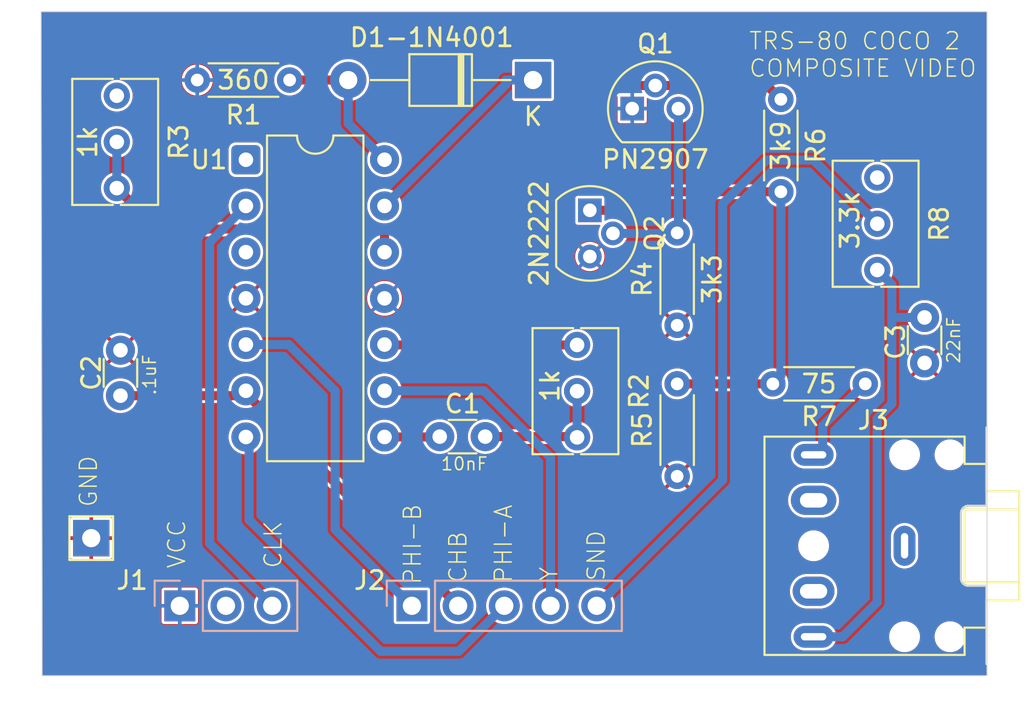
<source format=kicad_pcb>
(kicad_pcb (version 20241229) (generator "pcbnew") (generator_version "9.0")
  (layers (0 "F.Cu" signal) (2 "B.Cu" signal) (13 "F.Paste" user) (15 "B.Paste" user) (5 "F.SilkS" user "F.Silkscreen") (7 "B.SilkS" user "B.Silkscreen") (1 "F.Mask" user) (3 "B.Mask" user) (25 "Edge.Cuts" user))
  (net 0 "")
  (net 1 "VCC")
  (net 2 "GND")
  (net 3 "Net-(Q2-B)")
  (net 4 "Net-(Q2-E)")
  (net 5 "Net-(U1-CHROM_IN)")
  (net 6 "Net-(U1-RF_TANK_2)")
  (net 7 "Net-(U1-RF_TANK_1)")
  (net 9 "Net-(U1-CHROM_MOD_OUT)")
  (net 11 "Net-(C1-Pad2)")
  (net 12 "Net-(U1-COL_REF_IN)")
  (net 14 "Net-(U1-OSC_IN)")
  (net 15 "Net-(U1-LUM_IN)")
  (net 16 "Net-(U1-COL_B_IN)")
  (net 17 "Net-(U1-COL_A_IN)")
  (net 18 "Net-(U1-RF_OUT)")
  (net 19 "SND_OUT")
  (net 20 "COMP_OUT")
  (net 21 "SND")
  (footprint "Capacitor_THT:C_Disc_D3.0mm_W1.6mm_P2.50mm" (layer "F.Cu") (at 164.6 105.15 -90)
    (property "Reference" "C3" (at 1.35 1.6 90) (layer "F.SilkS"))
    (property "Value" "22nF" (at 1.25 -1.6 90) (layer "F.SilkS") (effects (font (size 0.7 0.7) (thickness 0.0875))))
    (fp_line (start 0.485 0.92) (end 2.015 0.92) (stroke (width 0.12)) (layer "F.SilkS"))
    (fp_line (start 0.485 -0.92) (end 2.015 -0.92) (stroke (width 0.12)) (layer "F.SilkS"))
    (pad "1" thru_hole circle (at 0 0 270) (size 1.6 1.6) (drill 0.8) (layers "*.Cu" "*.Mask") (net 19 "SND_OUT"))
    (pad "2" thru_hole circle (at 2.5 0 270) (size 1.6 1.6) (drill 0.8) (layers "*.Cu" "*.Mask") (net 2 "GND"))
  )
  (footprint "Connector_Audio:Jack_3.5mm_CUI_SJ1-3525N_Horizontal" (layer "F.Cu") (at 163.5 117.7 90)
    (property "Reference" "J3" (at 6.89882 -1.716919 0) (layer "F.SilkS"))
    (property "Value" "AUDIO_JACK_3.5MM_PTH")
    (fp_line (start 6 -7.7) (end 6 3.3) (stroke (width 0.12)) (layer "F.SilkS"))
    (fp_line (start -6 -7.7) (end 6 -7.7) (stroke (width 0.12)) (layer "F.SilkS"))
    (fp_line (start 6 3.3) (end 4.5 3.3) (stroke (width 0.12)) (layer "F.SilkS"))
    (fp_line (start 4.5 3.3) (end 4.5 4.5) (stroke (width 0.12)) (layer "F.SilkS"))
    (fp_line (start 2 3.3) (end -2 3.3) (stroke (width 0.12)) (layer "F.SilkS"))
    (fp_line (start -2 3.3) (end -2 6.3) (stroke (width 0.12)) (layer "F.SilkS"))
    (fp_line (start -4.5 3.3) (end -6 3.3) (stroke (width 0.12)) (layer "F.SilkS"))
    (fp_line (start -6 3.3) (end -6 -7.7) (stroke (width 0.12)) (layer "F.SilkS"))
    (fp_line (start 4.5 4.5) (end 3 4.5) (stroke (width 0.12)) (layer "F.SilkS"))
    (fp_line (start 3 4.5) (end 3 6.3) (stroke (width 0.12)) (layer "F.SilkS"))
    (fp_line (start -3 4.5) (end -4.5 4.5) (stroke (width 0.12)) (layer "F.SilkS"))
    (fp_line (start -4.5 4.5) (end -4.5 3.3) (stroke (width 0.12)) (layer "F.SilkS"))
    (fp_line (start 3 6.3) (end -3 6.3) (stroke (width 0.12)) (layer "F.SilkS"))
    (fp_line (start 2 6.3) (end 2 3.3) (stroke (width 0.12)) (layer "F.SilkS"))
    (fp_line (start -3 6.3) (end -3 4.5) (stroke (width 0.12)) (layer "F.SilkS"))
    (fp_line (start 1.8 3.1) (end -1.8 3.1) (stroke (width 0.12)) (layer "Edge.Cuts"))
    (fp_line (start 2.2 3.5) (end 2.2 4.5) (stroke (width 0.12)) (layer "Edge.Cuts"))
    (fp_line (start -2.2 3.5) (end -2.2 4.5) (stroke (width 0.12)) (layer "Edge.Cuts"))
    (fp_line (start 2.2 4.5) (end 6.5 4.5) (stroke (width 0.12)) (layer "Edge.Cuts"))
    (fp_line (start -2.2 4.5) (end -6.5 4.5) (stroke (width 0.12)) (layer "Edge.Cuts"))
    (fp_arc (start 1.8 3.1) (mid 2.082843 3.217157) (end 2.2 3.5) (stroke (width 0.12)) (layer "Edge.Cuts"))
    (fp_arc (start -2.2 3.5) (mid -2.082842 3.217158) (end -1.8 3.1) (stroke (width 0.12)) (layer "Edge.Cuts"))
    (pad "" np_thru_hole circle (at -5 0 90) (size 1.2 1.2) (drill 1.2) (layers "*.Cu" "*.Mask"))
    (pad "" np_thru_hole circle (at -5 2.5 90) (size 1.2 1.2) (drill 1.2) (layers "*.Cu" "*.Mask"))
    (pad "" np_thru_hole circle (at 0 -5 90) (size 1.2 1.2) (drill 1.2) (layers "*.Cu" "*.Mask"))
    (pad "" np_thru_hole circle (at 5 0 90) (size 1.2 1.2) (drill 1.2) (layers "*.Cu" "*.Mask"))
    (pad "" np_thru_hole circle (at 5 2.5 90) (size 1.2 1.2) (drill 1.2) (layers "*.Cu" "*.Mask"))
    (pad "R" thru_hole oval (at -5 -5 90) (size 1.2 2.2) (drill oval 0.4 1.4) (layers "*.Cu" "*.Mask") (net 19 "SND_OUT"))
    (pad "RN" thru_hole oval (at -2.5 -5 90) (size 1.6 2.3) (drill oval 0.8 1.5) (layers "*.Cu" "*.Mask"))
    (pad "S" thru_hole oval (at 0 0 90) (size 2.2 1.2) (drill oval 1.4 0.4) (layers "*.Cu" "*.Mask"))
    (pad "T" thru_hole oval (at 5 -5 270) (size 1.2 2.2) (drill oval 0.4 1.4) (layers "*.Cu" "*.Mask") (net 20 "COMP_OUT"))
    (pad "TN" thru_hole oval (at 2.5 -5 270) (size 1.6 2.5) (drill oval 0.8 1.5) (layers "*.Cu" "*.Mask"))
  )
  (footprint "Resistor_THT:R_Axial_DIN0204_L3.6mm_D1.6mm_P5.08mm_Horizontal" (layer "F.Cu") (at 156.7 93.16 -90)
    (property "Reference" "R6" (at 2.54 -1.92 90) (layer "F.SilkS"))
    (property "Value" "3k9" (at 2.54 0 90) (layer "F.SilkS"))
    (fp_line (start 0.62 0.92) (end 4.46 0.92) (stroke (width 0.12)) (layer "F.SilkS"))
    (fp_line (start 0.62 -0.92) (end 4.46 -0.92) (stroke (width 0.12)) (layer "F.SilkS"))
    (pad "1" thru_hole circle (at 0 0 270) (size 1.4 1.4) (drill 0.7) (layers "*.Cu" "*.Mask") (net 18 "Net-(U1-RF_OUT)"))
    (pad "2" thru_hole oval (at 5.08 0 270) (size 1.4 1.4) (drill 0.7) (layers "*.Cu" "*.Mask") (net 4 "Net-(Q2-E)"))
  )
  (footprint "Capacitor_THT:C_Disc_D3.0mm_W1.6mm_P2.50mm" (layer "F.Cu") (at 120.4 109.45 90)
    (property "Reference" "C2" (at 1.25 -1.6 90) (layer "F.SilkS"))
    (property "Value" ".1uF" (at 1.15 1.6 90) (layer "F.SilkS") (effects (font (size 0.7 0.7) (thickness 0.0875))))
    (fp_line (start 0.485 -0.92) (end 2.015 -0.92) (stroke (width 0.12)) (layer "F.SilkS"))
    (fp_line (start 0.485 0.92) (end 2.015 0.92) (stroke (width 0.12)) (layer "F.SilkS"))
    (pad "1" thru_hole circle (at 0 0 90) (size 1.6 1.6) (drill 0.8) (layers "*.Cu" "*.Mask") (net 12 "Net-(U1-COL_REF_IN)"))
    (pad "2" thru_hole circle (at 2.5 0 90) (size 1.6 1.6) (drill 0.8) (layers "*.Cu" "*.Mask") (net 2 "GND"))
  )
  (footprint "Potentiometer_THT:Potentiometer_Bourns_3266Y_Vertical" (layer "F.Cu") (at 162 102.54 -90)
    (property "Reference" "R8" (at -2.54 -3.41 90) (layer "F.SilkS"))
    (property "Value" "3.3k" (at -2.74 1.5 90) (layer "F.SilkS"))
    (fp_line (start -6.005 2.45) (end 0.925 2.45) (stroke (width 0.12)) (layer "F.SilkS"))
    (fp_line (start -6.005 0.217) (end -6.005 2.45) (stroke (width 0.12)) (layer "F.SilkS"))
    (fp_line (start 0.925 0.217) (end 0.925 2.45) (stroke (width 0.12)) (layer "F.SilkS"))
    (fp_line (start -6.005 -2.27) (end -6.005 -0.217) (stroke (width 0.12)) (layer "F.SilkS"))
    (fp_line (start -6.005 -2.27) (end 0.925 -2.27) (stroke (width 0.12)) (layer "F.SilkS"))
    (fp_line (start 0.925 -2.27) (end 0.925 -0.217) (stroke (width 0.12)) (layer "F.SilkS"))
    (pad "1" thru_hole circle (at 0 0 270) (size 1.44 1.44) (drill 0.8) (layers "*.Cu" "*.Mask") (net 19 "SND_OUT"))
    (pad "2" thru_hole circle (at -2.54 0 270) (size 1.44 1.44) (drill 0.8) (layers "*.Cu" "*.Mask") (net 21 "SND"))
    (pad "3" thru_hole circle (at -5.08 0 270) (size 1.44 1.44) (drill 0.8) (layers "*.Cu" "*.Mask"))
  )
  (footprint "Package_TO_SOT_THT:TO-92" (layer "F.Cu") (at 148.53 93.67)
    (property "Reference" "Q1" (at 1.27 -3.56 0) (layer "F.SilkS"))
    (property "Value" "PN2907" (at 1.27 2.79 0) (layer "F.SilkS"))
    (fp_line (start -0.53 1.85) (end 3.07 1.85) (stroke (width 0.12)) (layer "F.SilkS"))
    (fp_arc (start -0.568478 1.838478) (mid -1.132087 -0.994977) (end 1.27 -2.6) (stroke (width 0.12)) (layer "F.SilkS"))
    (fp_arc (start 1.27 -2.6) (mid 3.672087 -0.994977) (end 3.108478 1.838478) (stroke (width 0.12)) (layer "F.SilkS"))
    (pad "1" thru_hole rect (at 0 0) (size 1.3 1.3) (drill 0.75) (layers "*.Cu" "*.Mask") (net 1 "VCC"))
    (pad "2" thru_hole circle (at 1.27 -1.27) (size 1.3 1.3) (drill 0.75) (layers "*.Cu" "*.Mask") (net 18 "Net-(U1-RF_OUT)"))
    (pad "3" thru_hole circle (at 2.54 0) (size 1.3 1.3) (drill 0.75) (layers "*.Cu" "*.Mask") (net 3 "Net-(Q2-B)"))
  )
  (footprint "Diode_THT:D_T-1_P10.16mm_Horizontal" (layer "F.Cu") (at 143.08 92.1 180)
    (property "Reference" "D1-1N4001" (at 5.569177 2.337664 0) (layer "F.SilkS"))
    (property "Value" "1N4004")
    (fp_line (start 8.92 0) (end 6.8 0) (stroke (width 0.12)) (layer "F.SilkS"))
    (fp_line (start 6.8 1.42) (end 6.8 -1.42) (stroke (width 0.12)) (layer "F.SilkS"))
    (fp_line (start 6.8 -1.42) (end 3.36 -1.42) (stroke (width 0.12)) (layer "F.SilkS"))
    (fp_line (start 4.08 -1.42) (end 4.08 1.42) (stroke (width 0.12)) (layer "F.SilkS"))
    (fp_line (start 3.96 -1.42) (end 3.96 1.42) (stroke (width 0.12)) (layer "F.SilkS"))
    (fp_line (start 3.84 -1.42) (end 3.84 1.42) (stroke (width 0.12)) (layer "F.SilkS"))
    (fp_line (start 3.36 1.42) (end 6.8 1.42) (stroke (width 0.12)) (layer "F.SilkS"))
    (fp_line (start 3.36 -1.42) (end 3.36 1.42) (stroke (width 0.12)) (layer "F.SilkS"))
    (fp_line (start 1.24 0) (end 3.36 0) (stroke (width 0.12)) (layer "F.SilkS"))
    (fp_text user "K" (at 0 -2 0) (layer "F.SilkS"))
    (pad "1" thru_hole rect (at 0 0 180) (size 2 2) (drill 1) (layers "*.Cu" "*.Mask") (net 7 "Net-(U1-RF_TANK_1)"))
    (pad "2" thru_hole oval (at 10.16 0 180) (size 2 2) (drill 1) (layers "*.Cu" "*.Mask") (net 6 "Net-(U1-RF_TANK_2)"))
  )
  (footprint "Potentiometer_THT:Potentiometer_Bourns_3266Y_Vertical" (layer "F.Cu") (at 120.2 98.04 -90)
    (property "Reference" "R3" (at -2.54 -3.41 90) (layer "F.SilkS"))
    (property "Value" "1k" (at -2.54 1.6 90) (layer "F.SilkS"))
    (fp_line (start -6.005 2.45) (end 0.925 2.45) (stroke (width 0.12)) (layer "F.SilkS"))
    (fp_line (start -6.005 0.217) (end -6.005 2.45) (stroke (width 0.12)) (layer "F.SilkS"))
    (fp_line (start 0.925 0.217) (end 0.925 2.45) (stroke (width 0.12)) (layer "F.SilkS"))
    (fp_line (start -6.005 -2.27) (end -6.005 -0.217) (stroke (width 0.12)) (layer "F.SilkS"))
    (fp_line (start -6.005 -2.27) (end 0.925 -2.27) (stroke (width 0.12)) (layer "F.SilkS"))
    (fp_line (start 0.925 -2.27) (end 0.925 -0.217) (stroke (width 0.12)) (layer "F.SilkS"))
    (pad "1" thru_hole circle (at 0 0 270) (size 1.44 1.44) (drill 0.8) (layers "*.Cu" "*.Mask") (net 18 "Net-(U1-RF_OUT)"))
    (pad "2" thru_hole circle (at -2.54 0 270) (size 1.44 1.44) (drill 0.8) (layers "*.Cu" "*.Mask") (net 18 "Net-(U1-RF_OUT)"))
    (pad "3" thru_hole circle (at -5.08 0 270) (size 1.44 1.44) (drill 0.8) (layers "*.Cu" "*.Mask"))
  )
  (footprint "TestPoint:TestPoint_THTPad_2.0x2.0mm_Drill1.0mm" (layer "F.Cu") (at 118.794 117.2792)
    (property "Reference" "PAD1" (hide yes))
    (property "Value" "2,54/0,8")
    (fp_line (start -1.2 -1.2) (end 1.2 -1.2) (stroke (width 0.12)) (layer "F.SilkS"))
    (fp_line (start -1.2 1.2) (end -1.2 -1.2) (stroke (width 0.12)) (layer "F.SilkS"))
    (fp_line (start 1.2 -1.2) (end 1.2 1.2) (stroke (width 0.12)) (layer "F.SilkS"))
    (fp_line (start 1.2 1.2) (end -1.2 1.2) (stroke (width 0.12)) (layer "F.SilkS"))
    (pad "1" thru_hole rect (at 0 0) (size 2 2) (drill 1) (layers "*.Cu" "*.Mask") (net 2 "GND"))
  )
  (footprint "Package_DIP:DIP-14_W7.62mm" (layer "F.Cu") (at 127.295 96.48)
    (property "Reference" "U1" (at -2.027743 0 0) (layer "F.SilkS"))
    (property "Value" "MC1372")
    (fp_line (start 1.16 -1.33) (end 1.16 16.57) (stroke (width 0.12)) (layer "F.SilkS"))
    (fp_line (start 1.16 16.57) (end 6.46 16.57) (stroke (width 0.12)) (layer "F.SilkS"))
    (fp_line (start 2.81 -1.33) (end 1.16 -1.33) (stroke (width 0.12)) (layer "F.SilkS"))
    (fp_line (start 6.46 -1.33) (end 4.81 -1.33) (stroke (width 0.12)) (layer "F.SilkS"))
    (fp_line (start 6.46 16.57) (end 6.46 -1.33) (stroke (width 0.12)) (layer "F.SilkS"))
    (fp_arc (start 4.81 -1.33) (mid 3.81 -0.33) (end 2.81 -1.33) (stroke (width 0.12)) (layer "F.SilkS"))
    (pad "1" thru_hole roundrect (at 0 0) (size 1.6 1.6) (drill 0.8) (layers "*.Cu" "*.Mask") (roundrect_rratio 0.15625))
    (pad "2" thru_hole circle (at 0 2.54) (size 1.6 1.6) (drill 0.8) (layers "*.Cu" "*.Mask") (net 14 "Net-(U1-OSC_IN)"))
    (pad "3" thru_hole circle (at 0 5.08) (size 1.6 1.6) (drill 0.8) (layers "*.Cu" "*.Mask"))
    (pad "4" thru_hole circle (at 0 7.62) (size 1.6 1.6) (drill 0.8) (layers "*.Cu" "*.Mask") (net 2 "GND"))
    (pad "5" thru_hole circle (at 0 10.16) (size 1.6 1.6) (drill 0.8) (layers "*.Cu" "*.Mask") (net 16 "Net-(U1-COL_B_IN)"))
    (pad "6" thru_hole circle (at 0 12.7) (size 1.6 1.6) (drill 0.8) (layers "*.Cu" "*.Mask") (net 12 "Net-(U1-COL_REF_IN)"))
    (pad "7" thru_hole circle (at 0 15.24) (size 1.6 1.6) (drill 0.8) (layers "*.Cu" "*.Mask") (net 17 "Net-(U1-COL_A_IN)"))
    (pad "8" thru_hole circle (at 7.62 15.24) (size 1.6 1.6) (drill 0.8) (layers "*.Cu" "*.Mask") (net 9 "Net-(U1-CHROM_MOD_OUT)"))
    (pad "9" thru_hole circle (at 7.62 12.7) (size 1.6 1.6) (drill 0.8) (layers "*.Cu" "*.Mask") (net 15 "Net-(U1-LUM_IN)"))
    (pad "10" thru_hole circle (at 7.62 10.16) (size 1.6 1.6) (drill 0.8) (layers "*.Cu" "*.Mask") (net 5 "Net-(U1-CHROM_IN)"))
    (pad "11" thru_hole circle (at 7.62 7.62) (size 1.6 1.6) (drill 0.8) (layers "*.Cu" "*.Mask") (net 1 "VCC"))
    (pad "12" thru_hole circle (at 7.62 5.08) (size 1.6 1.6) (drill 0.8) (layers "*.Cu" "*.Mask") (net 18 "Net-(U1-RF_OUT)"))
    (pad "13" thru_hole circle (at 7.62 2.54) (size 1.6 1.6) (drill 0.8) (layers "*.Cu" "*.Mask") (net 7 "Net-(U1-RF_TANK_1)"))
    (pad "14" thru_hole circle (at 7.62 0) (size 1.6 1.6) (drill 0.8) (layers "*.Cu" "*.Mask") (net 6 "Net-(U1-RF_TANK_2)"))
  )
  (footprint "Capacitor_THT:C_Disc_D3.0mm_W1.6mm_P2.50mm" (layer "F.Cu") (at 137.95 111.7)
    (property "Reference" "C1" (at 1.25 -1.8 0) (layer "F.SilkS"))
    (property "Value" "10nF" (at 1.35 1.5 0) (layer "F.SilkS") (effects (font (size 0.7 0.7) (thickness 0.0875))))
    (fp_line (start 0.485 -0.92) (end 2.015 -0.92) (stroke (width 0.12)) (layer "F.SilkS"))
    (fp_line (start 0.485 0.92) (end 2.015 0.92) (stroke (width 0.12)) (layer "F.SilkS"))
    (pad "1" thru_hole circle (at 0 0) (size 1.6 1.6) (drill 0.8) (layers "*.Cu" "*.Mask") (net 9 "Net-(U1-CHROM_MOD_OUT)"))
    (pad "2" thru_hole circle (at 2.5 0) (size 1.6 1.6) (drill 0.8) (layers "*.Cu" "*.Mask") (net 11 "Net-(C1-Pad2)"))
  )
  (footprint "Resistor_THT:R_Axial_DIN0204_L3.6mm_D1.6mm_P5.08mm_Horizontal" (layer "F.Cu") (at 151 105.58 90)
    (property "Reference" "R4" (at 2.54 -1.92 90) (layer "F.SilkS"))
    (property "Value" "3k3" (at 2.54 1.92 90) (layer "F.SilkS"))
    (fp_line (start 0.62 -0.92) (end 4.46 -0.92) (stroke (width 0.12)) (layer "F.SilkS"))
    (fp_line (start 0.62 0.92) (end 4.46 0.92) (stroke (width 0.12)) (layer "F.SilkS"))
    (pad "1" thru_hole circle (at 0 0 90) (size 1.4 1.4) (drill 0.7) (layers "*.Cu" "*.Mask") (net 2 "GND"))
    (pad "2" thru_hole oval (at 5.08 0 90) (size 1.4 1.4) (drill 0.7) (layers "*.Cu" "*.Mask") (net 3 "Net-(Q2-B)"))
  )
  (footprint "Resistor_THT:R_Axial_DIN0204_L3.6mm_D1.6mm_P5.08mm_Horizontal" (layer "F.Cu") (at 151 113.88 90)
    (property "Reference" "R5" (at 2.54 -1.92 90) (layer "F.SilkS"))
    (property "Value" "470")
    (fp_line (start 0.62 -0.92) (end 4.46 -0.92) (stroke (width 0.12)) (layer "F.SilkS"))
    (fp_line (start 0.62 0.92) (end 4.46 0.92) (stroke (width 0.12)) (layer "F.SilkS"))
    (pad "1" thru_hole circle (at 0 0 90) (size 1.4 1.4) (drill 0.7) (layers "*.Cu" "*.Mask") (net 2 "GND"))
    (pad "2" thru_hole oval (at 5.08 0 90) (size 1.4 1.4) (drill 0.7) (layers "*.Cu" "*.Mask") (net 4 "Net-(Q2-E)"))
  )
  (footprint "Package_TO_SOT_THT:TO-92" (layer "F.Cu") (at 146.2 99.26 -90)
    (property "Reference" "Q2" (at 1.27 -3.56 90) (layer "F.SilkS"))
    (property "Value" "2N2222" (at 1.27 2.79 90) (layer "F.SilkS"))
    (fp_line (start -0.53 1.85) (end 3.07 1.85) (stroke (width 0.12)) (layer "F.SilkS"))
    (fp_arc (start -0.568478 1.838478) (mid -1.132087 -0.994977) (end 1.27 -2.6) (stroke (width 0.12)) (layer "F.SilkS"))
    (fp_arc (start 1.27 -2.6) (mid 3.672087 -0.994977) (end 3.108478 1.838478) (stroke (width 0.12)) (layer "F.SilkS"))
    (pad "1" thru_hole rect (at 0 0 270) (size 1.3 1.3) (drill 0.75) (layers "*.Cu" "*.Mask") (net 4 "Net-(Q2-E)"))
    (pad "2" thru_hole circle (at 1.27 -1.27 270) (size 1.3 1.3) (drill 0.75) (layers "*.Cu" "*.Mask") (net 3 "Net-(Q2-B)"))
    (pad "3" thru_hole circle (at 2.54 0 270) (size 1.3 1.3) (drill 0.75) (layers "*.Cu" "*.Mask") (net 1 "VCC"))
  )
  (footprint "Potentiometer_THT:Potentiometer_Bourns_3266Y_Vertical" (layer "F.Cu") (at 145.5 111.74 -90)
    (property "Reference" "R2" (at -2.54 -3.41 90) (layer "F.SilkS"))
    (property "Value" "1k" (at -2.84 1.49 90) (layer "F.SilkS"))
    (fp_line (start -6.005 2.45) (end 0.925 2.45) (stroke (width 0.12)) (layer "F.SilkS"))
    (fp_line (start -6.005 0.217) (end -6.005 2.45) (stroke (width 0.12)) (layer "F.SilkS"))
    (fp_line (start 0.925 0.217) (end 0.925 2.45) (stroke (width 0.12)) (layer "F.SilkS"))
    (fp_line (start -6.005 -2.27) (end -6.005 -0.217) (stroke (width 0.12)) (layer "F.SilkS"))
    (fp_line (start -6.005 -2.27) (end 0.925 -2.27) (stroke (width 0.12)) (layer "F.SilkS"))
    (fp_line (start 0.925 -2.27) (end 0.925 -0.217) (stroke (width 0.12)) (layer "F.SilkS"))
    (pad "1" thru_hole circle (at 0 0 270) (size 1.44 1.44) (drill 0.8) (layers "*.Cu" "*.Mask") (net 11 "Net-(C1-Pad2)"))
    (pad "2" thru_hole circle (at -2.54 0 270) (size 1.44 1.44) (drill 0.8) (layers "*.Cu" "*.Mask") (net 11 "Net-(C1-Pad2)"))
    (pad "3" thru_hole circle (at -5.08 0 270) (size 1.44 1.44) (drill 0.8) (layers "*.Cu" "*.Mask") (net 5 "Net-(U1-CHROM_IN)"))
  )
  (footprint "Resistor_THT:R_Axial_DIN0204_L3.6mm_D1.6mm_P5.08mm_Horizontal" (layer "F.Cu") (at 156.26 108.8)
    (property "Reference" "R7" (at 2.54 1.8 0) (layer "F.SilkS"))
    (property "Value" "75" (at 2.54 0 0) (layer "F.SilkS"))
    (fp_line (start 0.62 -0.92) (end 4.46 -0.92) (stroke (width 0.12)) (layer "F.SilkS"))
    (fp_line (start 0.62 0.92) (end 4.46 0.92) (stroke (width 0.12)) (layer "F.SilkS"))
    (pad "1" thru_hole circle (at 0 0) (size 1.4 1.4) (drill 0.7) (layers "*.Cu" "*.Mask") (net 4 "Net-(Q2-E)"))
    (pad "2" thru_hole oval (at 5.08 0) (size 1.4 1.4) (drill 0.7) (layers "*.Cu" "*.Mask") (net 20 "COMP_OUT"))
  )
  (footprint "Resistor_THT:R_Axial_DIN0204_L3.6mm_D1.6mm_P5.08mm_Horizontal" (layer "F.Cu") (at 129.7 92.1 180)
    (property "Reference" "R1" (at 2.54 -1.92 0) (layer "F.SilkS"))
    (property "Value" "360" (at 2.54 0 0) (layer "F.SilkS"))
    (fp_line (start 0.62 0.92) (end 4.46 0.92) (stroke (width 0.12)) (layer "F.SilkS"))
    (fp_line (start 0.62 -0.92) (end 4.46 -0.92) (stroke (width 0.12)) (layer "F.SilkS"))
    (pad "1" thru_hole circle (at 0 0 180) (size 1.4 1.4) (drill 0.7) (layers "*.Cu" "*.Mask") (net 6 "Net-(U1-RF_TANK_2)"))
    (pad "2" thru_hole oval (at 5.08 0 180) (size 1.4 1.4) (drill 0.7) (layers "*.Cu" "*.Mask") (net 1 "VCC"))
  )
  (footprint "Connector_PinHeader_2.54mm:PinHeader_1x03_P2.54mm_Vertical" (layer "B.Cu") (at 123.66 121 -90)
    (property "Reference" "J1" (at -1.4 2.62 0) (layer "F.SilkS"))
    (property "Value" "MA03-1")
    (fp_line (start -1.38 1.38) (end 0 1.38) (stroke (width 0.12)) (layer "B.SilkS"))
    (fp_line (start -1.38 0) (end -1.38 1.38) (stroke (width 0.12)) (layer "B.SilkS"))
    (fp_line (start -1.38 -1.27) (end 1.38 -1.27) (stroke (width 0.12)) (layer "B.SilkS"))
    (fp_line (start -1.38 -1.27) (end -1.38 -6.46) (stroke (width 0.12)) (layer "B.SilkS"))
    (fp_line (start 1.38 -1.27) (end 1.38 -6.46) (stroke (width 0.12)) (layer "B.SilkS"))
    (fp_line (start -1.38 -6.46) (end 1.38 -6.46) (stroke (width 0.12)) (layer "B.SilkS"))
    (pad "1" thru_hole rect (at 0 0 270) (size 1.7 1.7) (drill 1) (layers "*.Cu" "*.Mask") (net 1 "VCC"))
    (pad "2" thru_hole circle (at 0 -2.54 270) (size 1.7 1.7) (drill 1) (layers "*.Cu" "*.Mask"))
    (pad "3" thru_hole circle (at 0 -5.08 270) (size 1.7 1.7) (drill 1) (layers "*.Cu" "*.Mask") (net 14 "Net-(U1-OSC_IN)"))
  )
  (footprint "Connector_PinHeader_2.54mm:PinHeader_1x05_P2.54mm_Vertical" (layer "B.Cu") (at 136.42 121 -90)
    (property "Reference" "J2" (at -1.4 2.32 0) (layer "F.SilkS"))
    (property "Value" "MA05-1")
    (fp_line (start -1.38 1.38) (end 0 1.38) (stroke (width 0.12)) (layer "B.SilkS"))
    (fp_line (start -1.38 0) (end -1.38 1.38) (stroke (width 0.12)) (layer "B.SilkS"))
    (fp_line (start -1.38 -1.27) (end 1.38 -1.27) (stroke (width 0.12)) (layer "B.SilkS"))
    (fp_line (start -1.38 -1.27) (end -1.38 -11.54) (stroke (width 0.12)) (layer "B.SilkS"))
    (fp_line (start 1.38 -1.27) (end 1.38 -11.54) (stroke (width 0.12)) (layer "B.SilkS"))
    (fp_line (start -1.38 -11.54) (end 1.38 -11.54) (stroke (width 0.12)) (layer "B.SilkS"))
    (pad "1" thru_hole rect (at 0 0 270) (size 1.7 1.7) (drill 1) (layers "*.Cu" "*.Mask") (net 16 "Net-(U1-COL_B_IN)"))
    (pad "2" thru_hole circle (at 0 -2.54 270) (size 1.7 1.7) (drill 1) (layers "*.Cu" "*.Mask") (net 12 "Net-(U1-COL_REF_IN)"))
    (pad "3" thru_hole circle (at 0 -5.08 270) (size 1.7 1.7) (drill 1) (layers "*.Cu" "*.Mask") (net 17 "Net-(U1-COL_A_IN)"))
    (pad "4" thru_hole circle (at 0 -7.62 270) (size 1.7 1.7) (drill 1) (layers "*.Cu" "*.Mask") (net 15 "Net-(U1-LUM_IN)"))
    (pad "5" thru_hole circle (at 0 -10.16 270) (size 1.7 1.7) (drill 1) (layers "*.Cu" "*.Mask") (net 21 "SND"))
  )
  (gr_line (start 116.0977 124.8411) (end 116.0342 88.3411) (stroke (width 0.05)) (layer "Edge.Cuts"))
  (gr_line (start 168.0342 124.8411) (end 116.0977 124.8411) (stroke (width 0.05)) (layer "Edge.Cuts"))
  (gr_line (start 116.0342 88.3411) (end 168.0342 88.3411) (stroke (width 0.05)) (layer "Edge.Cuts"))
  (gr_line (start 168.0342 88.3411) (end 168.0342 124.8411) (stroke (width 0.05)) (layer "Edge.Cuts"))
  (gr_text "Y" (at 144.5 119.7 90) (layer "F.SilkS") (effects (font (size 0.93472 0.93472) (thickness 0.08128)) (justify left bottom)))
  (gr_text "CLK" (at 129.34 119 90) (layer "F.SilkS") (effects (font (size 0.93472 0.93472) (thickness 0.08128)) (justify left bottom)))
  (gr_text "PHI-A" (at 142 119.8 90) (layer "F.SilkS") (effects (font (size 0.93472 0.93472) (thickness 0.08128)) (justify left bottom)))
  (gr_text "CHB" (at 139.5 119.8 90) (layer "F.SilkS") (effects (font (size 0.93472 0.93472) (thickness 0.08128)) (justify left bottom)))
  (gr_text "GND" (at 119.1892 115.6336 90) (layer "F.SilkS") (effects (font (size 0.93472 0.93472) (thickness 0.08128)) (justify left bottom)))
  (gr_text "TRS-80 COCO 2\nCOMPOSITE VIDEO" (at 154.9 92 0) (layer "F.SilkS") (effects (font (size 0.93472 0.93472) (thickness 0.08128)) (justify left bottom)))
  (gr_text "VCC" (at 124.04 119 90) (layer "F.SilkS") (effects (font (size 0.93472 0.93472) (thickness 0.08128)) (justify left bottom)))
  (gr_text "PHI-B" (at 137 119.9 90) (layer "F.SilkS") (effects (font (size 0.93472 0.93472) (thickness 0.08128)) (justify left bottom)))
  (gr_text "SND" (at 147.1 119.7 90) (layer "F.SilkS") (effects (font (size 0.93472 0.93472) (thickness 0.08128)) (justify left bottom)))
  (segment (start 150.93 100.53) (end 147.47 100.53) (width 0.5) (layer "B.Cu") (net 3))
  (segment (start 151.07 93.67) (end 151.07 100.43) (width 0.5) (layer "B.Cu") (net 3))
  (segment (start 151.07 100.43) (end 151 100.5) (width 0.5) (layer "B.Cu") (net 3))
  (segment (start 151 100.46) (end 150.93 100.53) (width 0.5) (layer "B.Cu") (net 3))
  (segment (start 156.7 98.24) (end 148.37 98.24) (width 0.5) (layer "F.Cu") (net 4))
  (segment (start 151 108.8) (end 156.26 108.8) (width 0.5) (layer "F.Cu") (net 4))
  (segment (start 148.37 98.24) (end 147.35 99.26) (width 0.5) (layer "F.Cu") (net 4))
  (segment (start 146.2 99.26) (end 147.35 99.26) (width 0.5) (layer "F.Cu") (net 4))
  (segment (start 156.7 108.36) (end 156.26 108.8) (width 0.5) (layer "B.Cu") (net 4))
  (segment (start 156.7 98.24) (end 156.7 108.36) (width 0.5) (layer "B.Cu") (net 4))
  (segment (start 145.5 106.66) (end 134.935 106.66) (width 0.5) (layer "F.Cu") (net 5))
  (segment (start 134.935 106.66) (end 134.915 106.64) (width 0.5) (layer "F.Cu") (net 5))
  (segment (start 129.7 92.1) (end 132.92 92.1) (width 0.5) (layer "F.Cu") (net 6))
  (segment (start 134.915 96.48) (end 132.92 94.485) (width 0.5) (layer "B.Cu") (net 6))
  (segment (start 132.92 94.485) (end 132.92 92.1) (width 0.5) (layer "B.Cu") (net 6))
  (segment (start 143.08 92.1) (end 141.58 92.1) (width 0.5) (layer "B.Cu") (net 7))
  (segment (start 134.915 99.02) (end 141.58 92.355) (width 0.5) (layer "B.Cu") (net 7))
  (segment (start 141.58 92.355) (end 141.58 92.1) (width 0.5) (layer "B.Cu") (net 7))
  (segment (start 137.93 111.72) (end 137.95 111.7) (width 0.5) (layer "F.Cu") (net 9))
  (segment (start 134.915 111.72) (end 137.93 111.72) (width 0.5) (layer "F.Cu") (net 9))
  (segment (start 140.45 111.7) (end 145.46 111.7) (width 0.5) (layer "F.Cu") (net 11))
  (segment (start 145.46 111.7) (end 145.5 111.74) (width 0.5) (layer "F.Cu") (net 11))
  (segment (start 145.5 111.74) (end 145.5 109.2) (width 0.5) (layer "B.Cu") (net 11))
  (segment (start 127.295 109.45) (end 120.4 109.45) (width 0.5) (layer "F.Cu") (net 12))
  (segment (start 127.295 109.45) (end 127.295 109.18) (width 0.5) (layer "F.Cu") (net 12))
  (segment (start 138.96 121) (end 127.41 109.45) (width 0.5) (layer "F.Cu") (net 12))
  (segment (start 127.41 109.45) (end 127.295 109.45) (width 0.5) (layer "F.Cu") (net 12))
  (segment (start 128.74 121) (end 125.3 117.56) (width 0.5) (layer "B.Cu") (net 14))
  (segment (start 125.3 101.015) (end 127.295 99.02) (width 0.5) (layer "B.Cu") (net 14))
  (segment (start 125.3 117.56) (end 125.3 101.015) (width 0.5) (layer "B.Cu") (net 14))
  (segment (start 140.38 109.18) (end 144.04 112.84) (width 0.5) (layer "B.Cu") (net 15))
  (segment (start 144.04 112.84) (end 144.04 121) (width 0.5) (layer "B.Cu") (net 15))
  (segment (start 134.915 109.18) (end 140.38 109.18) (width 0.5) (layer "B.Cu") (net 15))
  (segment (start 136.4 121) (end 132.2 116.8) (width 0.5) (layer "B.Cu") (net 16))
  (segment (start 132.2 116.8) (end 132.2 109.19185) (width 0.5) (layer "B.Cu") (net 16))
  (segment (start 132.2 109.19185) (end 129.652725 106.644575) (width 0.5) (layer "B.Cu") (net 16))
  (segment (start 129.6573 106.64) (end 127.295 106.64) (width 0.5) (layer "B.Cu") (net 16))
  (segment (start 136.42 121) (end 136.4 121) (width 0.5) (layer "B.Cu") (net 16))
  (segment (start 129.652725 106.644575) (end 129.6573 106.64) (width 0.5) (layer "B.Cu") (net 16))
  (segment (start 134.7 123.5) (end 139 123.5) (width 0.5) (layer "B.Cu") (net 17))
  (segment (start 127.295 111.72) (end 127.47 111.895) (width 0.5) (layer "B.Cu") (net 17))
  (segment (start 139 123.5) (end 141.5 121) (width 0.5) (layer "B.Cu") (net 17))
  (segment (start 127.47 111.895) (end 127.47 116.27) (width 0.5) (layer "B.Cu") (net 17))
  (segment (start 127.47 116.27) (end 134.7 123.5) (width 0.5) (layer "B.Cu") (net 17))
  (segment (start 139.7932 100.3) (end 134.925 100.3) (width 0.5) (layer "F.Cu") (net 18))
  (segment (start 122.45 100.29) (end 134.915 100.29) (width 0.5) (layer "F.Cu") (net 18))
  (segment (start 120.2 98.04) (end 122.45 100.29) (width 0.5) (layer "F.Cu") (net 18))
  (segment (start 147.6932 92.4) (end 139.7932 100.3) (width 0.5) (layer "F.Cu") (net 18))
  (segment (start 149.8 92.4) (end 147.6932 92.4) (width 0.5) (layer "F.Cu") (net 18))
  (segment (start 134.925 100.3) (end 134.915 100.29) (width 0.5) (layer "F.Cu") (net 18))
  (segment (start 155.94 92.4) (end 149.8 92.4) (width 0.5) (layer "F.Cu") (net 18))
  (segment (start 134.915 100.29) (end 134.915 101.56) (width 0.5) (layer "F.Cu") (net 18))
  (segment (start 156.7 93.16) (end 155.94 92.4) (width 0.5) (layer "F.Cu") (net 18))
  (segment (start 120.2 98.04) (end 120.2 95.5) (width 0.5) (layer "B.Cu") (net 18))
  (segment (start 162.8 103.34) (end 162 102.54) (width 0.5) (layer "B.Cu") (net 19))
  (segment (start 162.8 105.15) (end 162.8 103.34) (width 0.5) (layer "B.Cu") (net 19))
  (segment (start 158.5 122.7) (end 160.1 122.7) (width 0.5) (layer "B.Cu") (net 19))
  (segment (start 160.1 122.7) (end 161.9926 120.8074) (width 0.5) (layer "B.Cu") (net 19))
  (segment (start 162.8 109.8955) (end 162.8 105.15) (width 0.5) (layer "B.Cu") (net 19))
  (segment (start 161.9926 110.7029) (end 162.8 109.8955) (width 0.5) (layer "B.Cu") (net 19))
  (segment (start 162.8 105.15) (end 164.6 105.15) (width 0.5) (layer "B.Cu") (net 19))
  (segment (start 161.9926 120.8074) (end 161.9926 110.7029) (width 0.5) (layer "B.Cu") (net 19))
  (segment (start 161.34 108.8) (end 161.3 108.8) (width 0.5) (layer "B.Cu") (net 20))
  (segment (start 159 112.7) (end 158.5 112.7) (width 0.5) (layer "B.Cu") (net 20))
  (segment (start 161.3 108.8) (end 159 111.1) (width 0.5) (layer "B.Cu") (net 20))
  (segment (start 159 111.1) (end 159 112.7) (width 0.5) (layer "B.Cu") (net 20))
  (segment (start 158.5 96.5) (end 155.9 96.5) (width 0.5) (layer "B.Cu") (net 21))
  (segment (start 153.5 98.9) (end 153.5 114.08) (width 0.5) (layer "B.Cu") (net 21))
  (segment (start 155.9 96.5) (end 153.5 98.9) (width 0.5) (layer "B.Cu") (net 21))
  (segment (start 162 100) (end 158.5 96.5) (width 0.5) (layer "B.Cu") (net 21))
  (segment (start 153.5 114.08) (end 146.58 121) (width 0.5) (layer "B.Cu") (net 21))
  (zone (net 2) (net_name "GND") (layer "F.Cu") (priority 6) (connect_pads (clearance 0.000001)) (min_thickness 0.0762) (fill yes (thermal_gap 0.2024) (thermal_bridge_width 0.2024))
    (polygon (pts (xy 113.779 124.9173) (xy 168.8 125) (xy 168.8 87.7) (xy 113.9 87.8)))
  )
  (zone (net 1) (net_name "VCC") (layer "B.Cu") (priority 6) (connect_pads (clearance 0.000001)) (min_thickness 0.0762) (fill yes (thermal_gap 0.2024) (thermal_bridge_width 0.2024))
    (polygon (pts (xy 113.779 124.9173) (xy 168.8 125) (xy 168.8 87.7) (xy 113.9 87.8)))
  )
)
</source>
